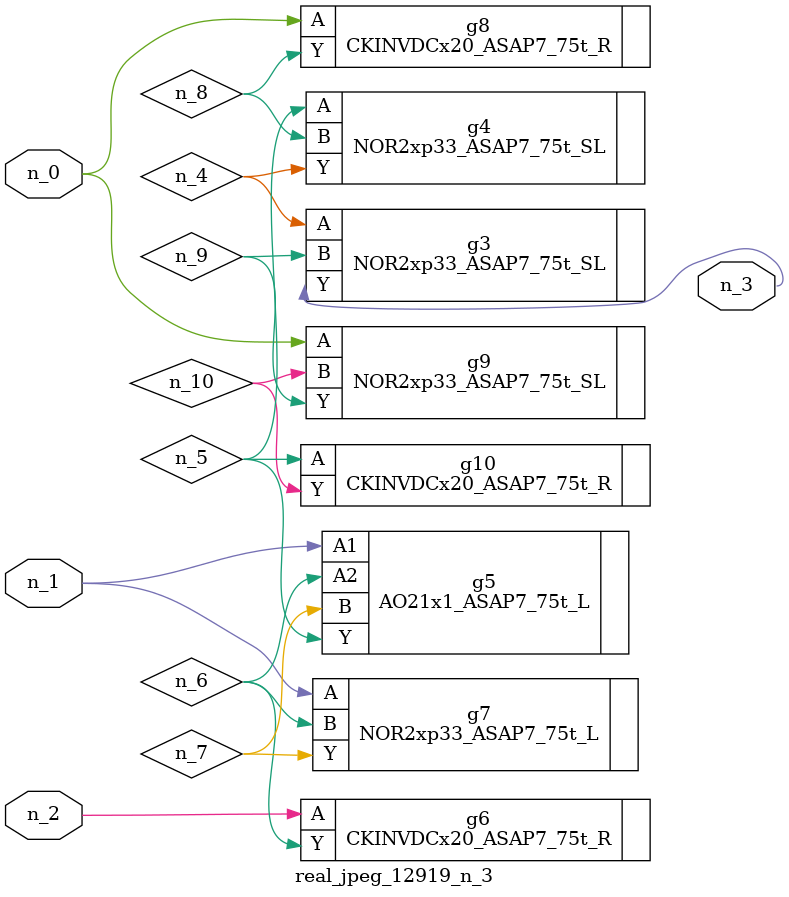
<source format=v>
module real_jpeg_12919_n_3 (n_1, n_0, n_2, n_3);

input n_1;
input n_0;
input n_2;

output n_3;

wire n_5;
wire n_4;
wire n_8;
wire n_6;
wire n_7;
wire n_10;
wire n_9;

CKINVDCx20_ASAP7_75t_R g8 ( 
.A(n_0),
.Y(n_8)
);

NOR2xp33_ASAP7_75t_SL g9 ( 
.A(n_0),
.B(n_10),
.Y(n_9)
);

AO21x1_ASAP7_75t_L g5 ( 
.A1(n_1),
.A2(n_6),
.B(n_7),
.Y(n_5)
);

NOR2xp33_ASAP7_75t_L g7 ( 
.A(n_1),
.B(n_6),
.Y(n_7)
);

CKINVDCx20_ASAP7_75t_R g6 ( 
.A(n_2),
.Y(n_6)
);

NOR2xp33_ASAP7_75t_SL g3 ( 
.A(n_4),
.B(n_9),
.Y(n_3)
);

NOR2xp33_ASAP7_75t_SL g4 ( 
.A(n_5),
.B(n_8),
.Y(n_4)
);

CKINVDCx20_ASAP7_75t_R g10 ( 
.A(n_5),
.Y(n_10)
);


endmodule
</source>
